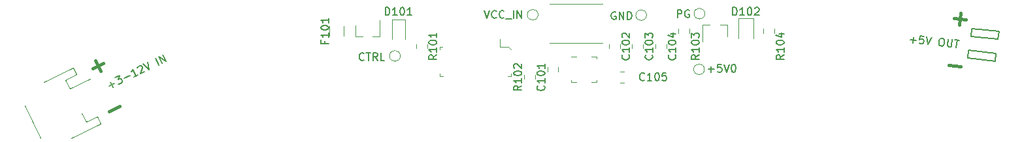
<source format=gbr>
G04 #@! TF.GenerationSoftware,KiCad,Pcbnew,(5.0.1)-3*
G04 #@! TF.CreationDate,2021-05-06T18:47:49+10:00*
G04 #@! TF.ProjectId,LED Right Glasses Arm (power),4C454420526967687420476C61737365,rev?*
G04 #@! TF.SameCoordinates,Original*
G04 #@! TF.FileFunction,Legend,Top*
G04 #@! TF.FilePolarity,Positive*
%FSLAX46Y46*%
G04 Gerber Fmt 4.6, Leading zero omitted, Abs format (unit mm)*
G04 Created by KiCad (PCBNEW (5.0.1)-3) date 6/05/2021 6:47:49 PM*
%MOMM*%
%LPD*%
G01*
G04 APERTURE LIST*
%ADD10C,0.400000*%
%ADD11C,0.200000*%
%ADD12C,0.120000*%
%ADD13C,0.100000*%
%ADD14C,0.150000*%
G04 APERTURE END LIST*
D10*
X98377828Y-97862396D02*
X99747419Y-97194402D01*
X99396621Y-98213194D02*
X98728627Y-96843603D01*
X210027336Y-91362433D02*
X211542798Y-91521715D01*
X210705426Y-92199805D02*
X210864708Y-90684343D01*
D11*
X133523809Y-96757142D02*
X133476190Y-96804761D01*
X133333333Y-96852380D01*
X133238095Y-96852380D01*
X133095238Y-96804761D01*
X133000000Y-96709523D01*
X132952380Y-96614285D01*
X132904761Y-96423809D01*
X132904761Y-96280952D01*
X132952380Y-96090476D01*
X133000000Y-95995238D01*
X133095238Y-95900000D01*
X133238095Y-95852380D01*
X133333333Y-95852380D01*
X133476190Y-95900000D01*
X133523809Y-95947619D01*
X133809523Y-95852380D02*
X134380952Y-95852380D01*
X134095238Y-96852380D02*
X134095238Y-95852380D01*
X135285714Y-96852380D02*
X134952380Y-96376190D01*
X134714285Y-96852380D02*
X134714285Y-95852380D01*
X135095238Y-95852380D01*
X135190476Y-95900000D01*
X135238095Y-95947619D01*
X135285714Y-96042857D01*
X135285714Y-96185714D01*
X135238095Y-96280952D01*
X135190476Y-96328571D01*
X135095238Y-96376190D01*
X134714285Y-96376190D01*
X136190476Y-96852380D02*
X135714285Y-96852380D01*
X135714285Y-95852380D01*
X149123809Y-90352380D02*
X149457142Y-91352380D01*
X149790476Y-90352380D01*
X150695238Y-91257142D02*
X150647619Y-91304761D01*
X150504761Y-91352380D01*
X150409523Y-91352380D01*
X150266666Y-91304761D01*
X150171428Y-91209523D01*
X150123809Y-91114285D01*
X150076190Y-90923809D01*
X150076190Y-90780952D01*
X150123809Y-90590476D01*
X150171428Y-90495238D01*
X150266666Y-90400000D01*
X150409523Y-90352380D01*
X150504761Y-90352380D01*
X150647619Y-90400000D01*
X150695238Y-90447619D01*
X151695238Y-91257142D02*
X151647619Y-91304761D01*
X151504761Y-91352380D01*
X151409523Y-91352380D01*
X151266666Y-91304761D01*
X151171428Y-91209523D01*
X151123809Y-91114285D01*
X151076190Y-90923809D01*
X151076190Y-90780952D01*
X151123809Y-90590476D01*
X151171428Y-90495238D01*
X151266666Y-90400000D01*
X151409523Y-90352380D01*
X151504761Y-90352380D01*
X151647619Y-90400000D01*
X151695238Y-90447619D01*
X151885714Y-91447619D02*
X152647619Y-91447619D01*
X152885714Y-91352380D02*
X152885714Y-90352380D01*
X153361904Y-91352380D02*
X153361904Y-90352380D01*
X153933333Y-91352380D01*
X153933333Y-90352380D01*
X178138095Y-97971428D02*
X178900000Y-97971428D01*
X178519047Y-98352380D02*
X178519047Y-97590476D01*
X179852380Y-97352380D02*
X179376190Y-97352380D01*
X179328571Y-97828571D01*
X179376190Y-97780952D01*
X179471428Y-97733333D01*
X179709523Y-97733333D01*
X179804761Y-97780952D01*
X179852380Y-97828571D01*
X179900000Y-97923809D01*
X179900000Y-98161904D01*
X179852380Y-98257142D01*
X179804761Y-98304761D01*
X179709523Y-98352380D01*
X179471428Y-98352380D01*
X179376190Y-98304761D01*
X179328571Y-98257142D01*
X180185714Y-97352380D02*
X180519047Y-98352380D01*
X180852380Y-97352380D01*
X181376190Y-97352380D02*
X181471428Y-97352380D01*
X181566666Y-97400000D01*
X181614285Y-97447619D01*
X181661904Y-97542857D01*
X181709523Y-97733333D01*
X181709523Y-97971428D01*
X181661904Y-98161904D01*
X181614285Y-98257142D01*
X181566666Y-98304761D01*
X181471428Y-98352380D01*
X181376190Y-98352380D01*
X181280952Y-98304761D01*
X181233333Y-98257142D01*
X181185714Y-98161904D01*
X181138095Y-97971428D01*
X181138095Y-97733333D01*
X181185714Y-97542857D01*
X181233333Y-97447619D01*
X181280952Y-97400000D01*
X181376190Y-97352380D01*
X174138095Y-91252380D02*
X174138095Y-90252380D01*
X174519047Y-90252380D01*
X174614285Y-90300000D01*
X174661904Y-90347619D01*
X174709523Y-90442857D01*
X174709523Y-90585714D01*
X174661904Y-90680952D01*
X174614285Y-90728571D01*
X174519047Y-90776190D01*
X174138095Y-90776190D01*
X175661904Y-90300000D02*
X175566666Y-90252380D01*
X175423809Y-90252380D01*
X175280952Y-90300000D01*
X175185714Y-90395238D01*
X175138095Y-90490476D01*
X175090476Y-90680952D01*
X175090476Y-90823809D01*
X175138095Y-91014285D01*
X175185714Y-91109523D01*
X175280952Y-91204761D01*
X175423809Y-91252380D01*
X175519047Y-91252380D01*
X175661904Y-91204761D01*
X175709523Y-91157142D01*
X175709523Y-90823809D01*
X175519047Y-90823809D01*
X166138095Y-90550000D02*
X166042857Y-90502380D01*
X165900000Y-90502380D01*
X165757142Y-90550000D01*
X165661904Y-90645238D01*
X165614285Y-90740476D01*
X165566666Y-90930952D01*
X165566666Y-91073809D01*
X165614285Y-91264285D01*
X165661904Y-91359523D01*
X165757142Y-91454761D01*
X165900000Y-91502380D01*
X165995238Y-91502380D01*
X166138095Y-91454761D01*
X166185714Y-91407142D01*
X166185714Y-91073809D01*
X165995238Y-91073809D01*
X166614285Y-91502380D02*
X166614285Y-90502380D01*
X167185714Y-91502380D01*
X167185714Y-90502380D01*
X167661904Y-91502380D02*
X167661904Y-90502380D01*
X167900000Y-90502380D01*
X168042857Y-90550000D01*
X168138095Y-90645238D01*
X168185714Y-90740476D01*
X168233333Y-90930952D01*
X168233333Y-91073809D01*
X168185714Y-91264285D01*
X168138095Y-91359523D01*
X168042857Y-91454761D01*
X167900000Y-91502380D01*
X167661904Y-91502380D01*
D10*
X209327336Y-97462433D02*
X210842798Y-97621715D01*
D11*
X204314251Y-94147496D02*
X205071982Y-94227137D01*
X204653296Y-94566182D02*
X204732937Y-93808451D01*
X206083854Y-93711032D02*
X205610272Y-93661256D01*
X205513138Y-94129860D01*
X205565474Y-94087480D01*
X205665168Y-94050077D01*
X205901959Y-94074964D01*
X205991698Y-94132278D01*
X206034078Y-94184613D01*
X206071482Y-94284307D01*
X206046594Y-94521098D01*
X205989281Y-94610837D01*
X205936945Y-94653218D01*
X205837251Y-94690621D01*
X205600460Y-94665733D01*
X205510721Y-94608420D01*
X205468340Y-94556084D01*
X206415361Y-93745874D02*
X206642340Y-94775239D01*
X207078376Y-93815560D01*
X208357047Y-93949954D02*
X208546480Y-93969864D01*
X208636218Y-94027177D01*
X208720980Y-94131849D01*
X208748428Y-94326259D01*
X208713585Y-94657766D01*
X208646316Y-94842221D01*
X208541645Y-94926983D01*
X208441951Y-94964386D01*
X208252518Y-94944476D01*
X208162780Y-94887162D01*
X208078018Y-94782491D01*
X208050570Y-94588081D01*
X208085413Y-94256573D01*
X208152681Y-94072118D01*
X208257353Y-93987357D01*
X208357047Y-93949954D01*
X209209494Y-94039550D02*
X209124876Y-94844639D01*
X209162279Y-94944333D01*
X209204660Y-94996668D01*
X209294398Y-95053982D01*
X209483831Y-95073892D01*
X209583525Y-95036489D01*
X209635861Y-94994108D01*
X209693174Y-94904369D01*
X209777792Y-94099280D01*
X210109300Y-94134123D02*
X210677598Y-94193853D01*
X210288920Y-95158510D02*
X210393449Y-94163988D01*
D10*
X100477828Y-103462396D02*
X101847419Y-102794402D01*
D11*
X100536136Y-100117684D02*
X101220931Y-99783687D01*
X101045532Y-100293083D02*
X100711535Y-99608287D01*
X101291956Y-99060292D02*
X101848352Y-98788919D01*
X101715753Y-99277441D01*
X101844152Y-99214816D01*
X101950626Y-99215866D01*
X102014301Y-99237791D01*
X102098850Y-99302516D01*
X102203224Y-99516514D01*
X102202174Y-99622989D01*
X102180249Y-99686663D01*
X102115525Y-99771212D01*
X101858726Y-99896461D01*
X101752252Y-99895411D01*
X101688578Y-99873486D01*
X102504922Y-99157442D02*
X103189718Y-98823445D01*
X104255511Y-98727472D02*
X103741914Y-98977969D01*
X103998712Y-98852721D02*
X103560341Y-97953926D01*
X103537366Y-98124075D01*
X103493516Y-98251424D01*
X103428792Y-98335974D01*
X104201287Y-97747278D02*
X104223212Y-97683604D01*
X104287936Y-97599055D01*
X104501935Y-97494681D01*
X104608409Y-97495731D01*
X104672084Y-97517655D01*
X104756633Y-97582380D01*
X104798383Y-97667980D01*
X104818207Y-97817254D01*
X104555109Y-98581348D01*
X105111505Y-98309975D01*
X104929932Y-97285932D02*
X105667901Y-98038603D01*
X105529128Y-96993685D01*
X106951893Y-97412358D02*
X106513522Y-96513564D01*
X107379890Y-97203610D02*
X106941519Y-96304816D01*
X107893486Y-96953112D01*
X107455115Y-96054318D01*
D12*
G04 #@! TO.C,C101*
X157290000Y-97741422D02*
X157290000Y-98258578D01*
X158710000Y-97741422D02*
X158710000Y-98258578D01*
G04 #@! TO.C,C102*
X165290000Y-95258578D02*
X165290000Y-94741422D01*
X166710000Y-95258578D02*
X166710000Y-94741422D01*
G04 #@! TO.C,C103*
X169710000Y-95258578D02*
X169710000Y-94741422D01*
X168290000Y-95258578D02*
X168290000Y-94741422D01*
G04 #@! TO.C,C104*
X171290000Y-95258578D02*
X171290000Y-94741422D01*
X172710000Y-95258578D02*
X172710000Y-94741422D01*
G04 #@! TO.C,C105*
X166741422Y-99710000D02*
X167258578Y-99710000D01*
X166741422Y-98290000D02*
X167258578Y-98290000D01*
G04 #@! TO.C,D101*
X138850000Y-91500000D02*
X138850000Y-94050000D01*
X137150000Y-91500000D02*
X137150000Y-94050000D01*
X138850000Y-91500000D02*
X137150000Y-91500000D01*
G04 #@! TO.C,L101*
X157550000Y-94550000D02*
X164450000Y-94550000D01*
X157550000Y-89450000D02*
X164450000Y-89450000D01*
G04 #@! TO.C,D102*
X182040000Y-91315000D02*
X182040000Y-94000000D01*
X183960000Y-91315000D02*
X182040000Y-91315000D01*
X183960000Y-94000000D02*
X183960000Y-91315000D01*
G04 #@! TO.C,U101*
X160350000Y-99650000D02*
X160350000Y-99400000D01*
X163650000Y-99400000D02*
X163650000Y-99650000D01*
X163650000Y-96600000D02*
X163650000Y-96350000D01*
X160350000Y-99650000D02*
X161015000Y-99650000D01*
X162985000Y-96350000D02*
X163650000Y-96350000D01*
X160350000Y-96350000D02*
X161015000Y-96350000D01*
X162985000Y-99650000D02*
X163650000Y-99650000D01*
G04 #@! TO.C,Q102*
X180580000Y-92240000D02*
X179650000Y-92240000D01*
X177420000Y-92240000D02*
X178350000Y-92240000D01*
X177420000Y-92240000D02*
X177420000Y-94400000D01*
X180580000Y-92240000D02*
X180580000Y-93700000D01*
G04 #@! TO.C,Q101*
X132420000Y-93760000D02*
X132420000Y-92300000D01*
X135580000Y-93760000D02*
X135580000Y-91600000D01*
X135580000Y-93760000D02*
X134650000Y-93760000D01*
X132420000Y-93760000D02*
X133350000Y-93760000D01*
G04 #@! TO.C,R101*
X141710000Y-94741422D02*
X141710000Y-95258578D01*
X140290000Y-94741422D02*
X140290000Y-95258578D01*
G04 #@! TO.C,R102*
X154290000Y-98741422D02*
X154290000Y-99258578D01*
X155710000Y-98741422D02*
X155710000Y-99258578D01*
G04 #@! TO.C,R103*
X174290000Y-93258578D02*
X174290000Y-92741422D01*
X175710000Y-93258578D02*
X175710000Y-92741422D01*
G04 #@! TO.C,R104*
X185290000Y-92741422D02*
X185290000Y-93258578D01*
X186710000Y-92741422D02*
X186710000Y-93258578D01*
G04 #@! TO.C,F101*
X129090000Y-92397936D02*
X129090000Y-93602064D01*
X130910000Y-92397936D02*
X130910000Y-93602064D01*
G04 #@! TO.C,TP101*
X170150000Y-90950000D02*
G75*
G03X170150000Y-90950000I-700000J0D01*
G01*
G04 #@! TO.C,TP102*
X177650000Y-98000000D02*
G75*
G03X177650000Y-98000000I-700000J0D01*
G01*
G04 #@! TO.C,TP103*
X156100000Y-90900000D02*
G75*
G03X156100000Y-90900000I-700000J0D01*
G01*
G04 #@! TO.C,TP104*
X177700000Y-90750000D02*
G75*
G03X177700000Y-90750000I-700000J0D01*
G01*
G04 #@! TO.C,TP105*
X138250000Y-96250000D02*
G75*
G03X138250000Y-96250000I-700000J0D01*
G01*
G04 #@! TO.C,J101*
X89599149Y-102731176D02*
X91650727Y-106937531D01*
X97548086Y-104840019D02*
X96986970Y-103689563D01*
X98986157Y-104138625D02*
X97548086Y-104840019D01*
X99433295Y-105055395D02*
X98986157Y-104138625D01*
X95613420Y-106918473D02*
X99433295Y-105055395D01*
X95443905Y-100525808D02*
X98041419Y-99258915D01*
X94882790Y-99375351D02*
X95443905Y-100525808D01*
X96320860Y-98673958D02*
X94882790Y-99375351D01*
X95873721Y-97757188D02*
X96320860Y-98673958D01*
X92053847Y-99620265D02*
X95873721Y-97757188D01*
D13*
G04 #@! TO.C,SW101*
X143375000Y-98925000D02*
X143375000Y-98550000D01*
X143775000Y-98925000D02*
X143375000Y-98925000D01*
X143375000Y-95075000D02*
X143725000Y-95075000D01*
X143375000Y-95450000D02*
X143375000Y-95075000D01*
X152625000Y-98925000D02*
X152625000Y-98525000D01*
X152150000Y-98925000D02*
X152625000Y-98925000D01*
X151175000Y-95075000D02*
X151175000Y-94025000D01*
X152275000Y-95075000D02*
X151175000Y-95075000D01*
X152625000Y-95450000D02*
X152275000Y-95075000D01*
D14*
G04 #@! TO.C,J103*
X215411064Y-95889494D02*
X211875863Y-95505449D01*
X215301336Y-96899552D02*
X215411064Y-95889494D01*
X211766136Y-96515506D02*
X215301336Y-96899552D01*
X211875863Y-95505449D02*
X211766136Y-96515506D01*
G04 #@! TO.C,J102*
X215817464Y-93070094D02*
X212282263Y-92686049D01*
X215707736Y-94080152D02*
X215817464Y-93070094D01*
X212172536Y-93696106D02*
X215707736Y-94080152D01*
X212282263Y-92686049D02*
X212172536Y-93696106D01*
G04 #@! TO.C,C101*
D11*
X156857142Y-100119047D02*
X156904761Y-100166666D01*
X156952380Y-100309523D01*
X156952380Y-100404761D01*
X156904761Y-100547619D01*
X156809523Y-100642857D01*
X156714285Y-100690476D01*
X156523809Y-100738095D01*
X156380952Y-100738095D01*
X156190476Y-100690476D01*
X156095238Y-100642857D01*
X156000000Y-100547619D01*
X155952380Y-100404761D01*
X155952380Y-100309523D01*
X156000000Y-100166666D01*
X156047619Y-100119047D01*
X156952380Y-99166666D02*
X156952380Y-99738095D01*
X156952380Y-99452380D02*
X155952380Y-99452380D01*
X156095238Y-99547619D01*
X156190476Y-99642857D01*
X156238095Y-99738095D01*
X155952380Y-98547619D02*
X155952380Y-98452380D01*
X156000000Y-98357142D01*
X156047619Y-98309523D01*
X156142857Y-98261904D01*
X156333333Y-98214285D01*
X156571428Y-98214285D01*
X156761904Y-98261904D01*
X156857142Y-98309523D01*
X156904761Y-98357142D01*
X156952380Y-98452380D01*
X156952380Y-98547619D01*
X156904761Y-98642857D01*
X156857142Y-98690476D01*
X156761904Y-98738095D01*
X156571428Y-98785714D01*
X156333333Y-98785714D01*
X156142857Y-98738095D01*
X156047619Y-98690476D01*
X156000000Y-98642857D01*
X155952380Y-98547619D01*
X156952380Y-97261904D02*
X156952380Y-97833333D01*
X156952380Y-97547619D02*
X155952380Y-97547619D01*
X156095238Y-97642857D01*
X156190476Y-97738095D01*
X156238095Y-97833333D01*
G04 #@! TO.C,C102*
X167857142Y-96119047D02*
X167904761Y-96166666D01*
X167952380Y-96309523D01*
X167952380Y-96404761D01*
X167904761Y-96547619D01*
X167809523Y-96642857D01*
X167714285Y-96690476D01*
X167523809Y-96738095D01*
X167380952Y-96738095D01*
X167190476Y-96690476D01*
X167095238Y-96642857D01*
X167000000Y-96547619D01*
X166952380Y-96404761D01*
X166952380Y-96309523D01*
X167000000Y-96166666D01*
X167047619Y-96119047D01*
X167952380Y-95166666D02*
X167952380Y-95738095D01*
X167952380Y-95452380D02*
X166952380Y-95452380D01*
X167095238Y-95547619D01*
X167190476Y-95642857D01*
X167238095Y-95738095D01*
X166952380Y-94547619D02*
X166952380Y-94452380D01*
X167000000Y-94357142D01*
X167047619Y-94309523D01*
X167142857Y-94261904D01*
X167333333Y-94214285D01*
X167571428Y-94214285D01*
X167761904Y-94261904D01*
X167857142Y-94309523D01*
X167904761Y-94357142D01*
X167952380Y-94452380D01*
X167952380Y-94547619D01*
X167904761Y-94642857D01*
X167857142Y-94690476D01*
X167761904Y-94738095D01*
X167571428Y-94785714D01*
X167333333Y-94785714D01*
X167142857Y-94738095D01*
X167047619Y-94690476D01*
X167000000Y-94642857D01*
X166952380Y-94547619D01*
X167047619Y-93833333D02*
X167000000Y-93785714D01*
X166952380Y-93690476D01*
X166952380Y-93452380D01*
X167000000Y-93357142D01*
X167047619Y-93309523D01*
X167142857Y-93261904D01*
X167238095Y-93261904D01*
X167380952Y-93309523D01*
X167952380Y-93880952D01*
X167952380Y-93261904D01*
G04 #@! TO.C,C103*
X170857142Y-96119047D02*
X170904761Y-96166666D01*
X170952380Y-96309523D01*
X170952380Y-96404761D01*
X170904761Y-96547619D01*
X170809523Y-96642857D01*
X170714285Y-96690476D01*
X170523809Y-96738095D01*
X170380952Y-96738095D01*
X170190476Y-96690476D01*
X170095238Y-96642857D01*
X170000000Y-96547619D01*
X169952380Y-96404761D01*
X169952380Y-96309523D01*
X170000000Y-96166666D01*
X170047619Y-96119047D01*
X170952380Y-95166666D02*
X170952380Y-95738095D01*
X170952380Y-95452380D02*
X169952380Y-95452380D01*
X170095238Y-95547619D01*
X170190476Y-95642857D01*
X170238095Y-95738095D01*
X169952380Y-94547619D02*
X169952380Y-94452380D01*
X170000000Y-94357142D01*
X170047619Y-94309523D01*
X170142857Y-94261904D01*
X170333333Y-94214285D01*
X170571428Y-94214285D01*
X170761904Y-94261904D01*
X170857142Y-94309523D01*
X170904761Y-94357142D01*
X170952380Y-94452380D01*
X170952380Y-94547619D01*
X170904761Y-94642857D01*
X170857142Y-94690476D01*
X170761904Y-94738095D01*
X170571428Y-94785714D01*
X170333333Y-94785714D01*
X170142857Y-94738095D01*
X170047619Y-94690476D01*
X170000000Y-94642857D01*
X169952380Y-94547619D01*
X169952380Y-93880952D02*
X169952380Y-93261904D01*
X170333333Y-93595238D01*
X170333333Y-93452380D01*
X170380952Y-93357142D01*
X170428571Y-93309523D01*
X170523809Y-93261904D01*
X170761904Y-93261904D01*
X170857142Y-93309523D01*
X170904761Y-93357142D01*
X170952380Y-93452380D01*
X170952380Y-93738095D01*
X170904761Y-93833333D01*
X170857142Y-93880952D01*
G04 #@! TO.C,C104*
X173857142Y-96119047D02*
X173904761Y-96166666D01*
X173952380Y-96309523D01*
X173952380Y-96404761D01*
X173904761Y-96547619D01*
X173809523Y-96642857D01*
X173714285Y-96690476D01*
X173523809Y-96738095D01*
X173380952Y-96738095D01*
X173190476Y-96690476D01*
X173095238Y-96642857D01*
X173000000Y-96547619D01*
X172952380Y-96404761D01*
X172952380Y-96309523D01*
X173000000Y-96166666D01*
X173047619Y-96119047D01*
X173952380Y-95166666D02*
X173952380Y-95738095D01*
X173952380Y-95452380D02*
X172952380Y-95452380D01*
X173095238Y-95547619D01*
X173190476Y-95642857D01*
X173238095Y-95738095D01*
X172952380Y-94547619D02*
X172952380Y-94452380D01*
X173000000Y-94357142D01*
X173047619Y-94309523D01*
X173142857Y-94261904D01*
X173333333Y-94214285D01*
X173571428Y-94214285D01*
X173761904Y-94261904D01*
X173857142Y-94309523D01*
X173904761Y-94357142D01*
X173952380Y-94452380D01*
X173952380Y-94547619D01*
X173904761Y-94642857D01*
X173857142Y-94690476D01*
X173761904Y-94738095D01*
X173571428Y-94785714D01*
X173333333Y-94785714D01*
X173142857Y-94738095D01*
X173047619Y-94690476D01*
X173000000Y-94642857D01*
X172952380Y-94547619D01*
X173285714Y-93357142D02*
X173952380Y-93357142D01*
X172904761Y-93595238D02*
X173619047Y-93833333D01*
X173619047Y-93214285D01*
G04 #@! TO.C,C105*
X169880952Y-99357142D02*
X169833333Y-99404761D01*
X169690476Y-99452380D01*
X169595238Y-99452380D01*
X169452380Y-99404761D01*
X169357142Y-99309523D01*
X169309523Y-99214285D01*
X169261904Y-99023809D01*
X169261904Y-98880952D01*
X169309523Y-98690476D01*
X169357142Y-98595238D01*
X169452380Y-98500000D01*
X169595238Y-98452380D01*
X169690476Y-98452380D01*
X169833333Y-98500000D01*
X169880952Y-98547619D01*
X170833333Y-99452380D02*
X170261904Y-99452380D01*
X170547619Y-99452380D02*
X170547619Y-98452380D01*
X170452380Y-98595238D01*
X170357142Y-98690476D01*
X170261904Y-98738095D01*
X171452380Y-98452380D02*
X171547619Y-98452380D01*
X171642857Y-98500000D01*
X171690476Y-98547619D01*
X171738095Y-98642857D01*
X171785714Y-98833333D01*
X171785714Y-99071428D01*
X171738095Y-99261904D01*
X171690476Y-99357142D01*
X171642857Y-99404761D01*
X171547619Y-99452380D01*
X171452380Y-99452380D01*
X171357142Y-99404761D01*
X171309523Y-99357142D01*
X171261904Y-99261904D01*
X171214285Y-99071428D01*
X171214285Y-98833333D01*
X171261904Y-98642857D01*
X171309523Y-98547619D01*
X171357142Y-98500000D01*
X171452380Y-98452380D01*
X172690476Y-98452380D02*
X172214285Y-98452380D01*
X172166666Y-98928571D01*
X172214285Y-98880952D01*
X172309523Y-98833333D01*
X172547619Y-98833333D01*
X172642857Y-98880952D01*
X172690476Y-98928571D01*
X172738095Y-99023809D01*
X172738095Y-99261904D01*
X172690476Y-99357142D01*
X172642857Y-99404761D01*
X172547619Y-99452380D01*
X172309523Y-99452380D01*
X172214285Y-99404761D01*
X172166666Y-99357142D01*
G04 #@! TO.C,D101*
X136309523Y-90952380D02*
X136309523Y-89952380D01*
X136547619Y-89952380D01*
X136690476Y-90000000D01*
X136785714Y-90095238D01*
X136833333Y-90190476D01*
X136880952Y-90380952D01*
X136880952Y-90523809D01*
X136833333Y-90714285D01*
X136785714Y-90809523D01*
X136690476Y-90904761D01*
X136547619Y-90952380D01*
X136309523Y-90952380D01*
X137833333Y-90952380D02*
X137261904Y-90952380D01*
X137547619Y-90952380D02*
X137547619Y-89952380D01*
X137452380Y-90095238D01*
X137357142Y-90190476D01*
X137261904Y-90238095D01*
X138452380Y-89952380D02*
X138547619Y-89952380D01*
X138642857Y-90000000D01*
X138690476Y-90047619D01*
X138738095Y-90142857D01*
X138785714Y-90333333D01*
X138785714Y-90571428D01*
X138738095Y-90761904D01*
X138690476Y-90857142D01*
X138642857Y-90904761D01*
X138547619Y-90952380D01*
X138452380Y-90952380D01*
X138357142Y-90904761D01*
X138309523Y-90857142D01*
X138261904Y-90761904D01*
X138214285Y-90571428D01*
X138214285Y-90333333D01*
X138261904Y-90142857D01*
X138309523Y-90047619D01*
X138357142Y-90000000D01*
X138452380Y-89952380D01*
X139738095Y-90952380D02*
X139166666Y-90952380D01*
X139452380Y-90952380D02*
X139452380Y-89952380D01*
X139357142Y-90095238D01*
X139261904Y-90190476D01*
X139166666Y-90238095D01*
G04 #@! TO.C,D102*
X181309523Y-90952380D02*
X181309523Y-89952380D01*
X181547619Y-89952380D01*
X181690476Y-90000000D01*
X181785714Y-90095238D01*
X181833333Y-90190476D01*
X181880952Y-90380952D01*
X181880952Y-90523809D01*
X181833333Y-90714285D01*
X181785714Y-90809523D01*
X181690476Y-90904761D01*
X181547619Y-90952380D01*
X181309523Y-90952380D01*
X182833333Y-90952380D02*
X182261904Y-90952380D01*
X182547619Y-90952380D02*
X182547619Y-89952380D01*
X182452380Y-90095238D01*
X182357142Y-90190476D01*
X182261904Y-90238095D01*
X183452380Y-89952380D02*
X183547619Y-89952380D01*
X183642857Y-90000000D01*
X183690476Y-90047619D01*
X183738095Y-90142857D01*
X183785714Y-90333333D01*
X183785714Y-90571428D01*
X183738095Y-90761904D01*
X183690476Y-90857142D01*
X183642857Y-90904761D01*
X183547619Y-90952380D01*
X183452380Y-90952380D01*
X183357142Y-90904761D01*
X183309523Y-90857142D01*
X183261904Y-90761904D01*
X183214285Y-90571428D01*
X183214285Y-90333333D01*
X183261904Y-90142857D01*
X183309523Y-90047619D01*
X183357142Y-90000000D01*
X183452380Y-89952380D01*
X184166666Y-90047619D02*
X184214285Y-90000000D01*
X184309523Y-89952380D01*
X184547619Y-89952380D01*
X184642857Y-90000000D01*
X184690476Y-90047619D01*
X184738095Y-90142857D01*
X184738095Y-90238095D01*
X184690476Y-90380952D01*
X184119047Y-90952380D01*
X184738095Y-90952380D01*
G04 #@! TO.C,R101*
X142952380Y-96119047D02*
X142476190Y-96452380D01*
X142952380Y-96690476D02*
X141952380Y-96690476D01*
X141952380Y-96309523D01*
X142000000Y-96214285D01*
X142047619Y-96166666D01*
X142142857Y-96119047D01*
X142285714Y-96119047D01*
X142380952Y-96166666D01*
X142428571Y-96214285D01*
X142476190Y-96309523D01*
X142476190Y-96690476D01*
X142952380Y-95166666D02*
X142952380Y-95738095D01*
X142952380Y-95452380D02*
X141952380Y-95452380D01*
X142095238Y-95547619D01*
X142190476Y-95642857D01*
X142238095Y-95738095D01*
X141952380Y-94547619D02*
X141952380Y-94452380D01*
X142000000Y-94357142D01*
X142047619Y-94309523D01*
X142142857Y-94261904D01*
X142333333Y-94214285D01*
X142571428Y-94214285D01*
X142761904Y-94261904D01*
X142857142Y-94309523D01*
X142904761Y-94357142D01*
X142952380Y-94452380D01*
X142952380Y-94547619D01*
X142904761Y-94642857D01*
X142857142Y-94690476D01*
X142761904Y-94738095D01*
X142571428Y-94785714D01*
X142333333Y-94785714D01*
X142142857Y-94738095D01*
X142047619Y-94690476D01*
X142000000Y-94642857D01*
X141952380Y-94547619D01*
X142952380Y-93261904D02*
X142952380Y-93833333D01*
X142952380Y-93547619D02*
X141952380Y-93547619D01*
X142095238Y-93642857D01*
X142190476Y-93738095D01*
X142238095Y-93833333D01*
G04 #@! TO.C,R102*
X153952380Y-100119047D02*
X153476190Y-100452380D01*
X153952380Y-100690476D02*
X152952380Y-100690476D01*
X152952380Y-100309523D01*
X153000000Y-100214285D01*
X153047619Y-100166666D01*
X153142857Y-100119047D01*
X153285714Y-100119047D01*
X153380952Y-100166666D01*
X153428571Y-100214285D01*
X153476190Y-100309523D01*
X153476190Y-100690476D01*
X153952380Y-99166666D02*
X153952380Y-99738095D01*
X153952380Y-99452380D02*
X152952380Y-99452380D01*
X153095238Y-99547619D01*
X153190476Y-99642857D01*
X153238095Y-99738095D01*
X152952380Y-98547619D02*
X152952380Y-98452380D01*
X153000000Y-98357142D01*
X153047619Y-98309523D01*
X153142857Y-98261904D01*
X153333333Y-98214285D01*
X153571428Y-98214285D01*
X153761904Y-98261904D01*
X153857142Y-98309523D01*
X153904761Y-98357142D01*
X153952380Y-98452380D01*
X153952380Y-98547619D01*
X153904761Y-98642857D01*
X153857142Y-98690476D01*
X153761904Y-98738095D01*
X153571428Y-98785714D01*
X153333333Y-98785714D01*
X153142857Y-98738095D01*
X153047619Y-98690476D01*
X153000000Y-98642857D01*
X152952380Y-98547619D01*
X153047619Y-97833333D02*
X153000000Y-97785714D01*
X152952380Y-97690476D01*
X152952380Y-97452380D01*
X153000000Y-97357142D01*
X153047619Y-97309523D01*
X153142857Y-97261904D01*
X153238095Y-97261904D01*
X153380952Y-97309523D01*
X153952380Y-97880952D01*
X153952380Y-97261904D01*
G04 #@! TO.C,R103*
X176952380Y-96119047D02*
X176476190Y-96452380D01*
X176952380Y-96690476D02*
X175952380Y-96690476D01*
X175952380Y-96309523D01*
X176000000Y-96214285D01*
X176047619Y-96166666D01*
X176142857Y-96119047D01*
X176285714Y-96119047D01*
X176380952Y-96166666D01*
X176428571Y-96214285D01*
X176476190Y-96309523D01*
X176476190Y-96690476D01*
X176952380Y-95166666D02*
X176952380Y-95738095D01*
X176952380Y-95452380D02*
X175952380Y-95452380D01*
X176095238Y-95547619D01*
X176190476Y-95642857D01*
X176238095Y-95738095D01*
X175952380Y-94547619D02*
X175952380Y-94452380D01*
X176000000Y-94357142D01*
X176047619Y-94309523D01*
X176142857Y-94261904D01*
X176333333Y-94214285D01*
X176571428Y-94214285D01*
X176761904Y-94261904D01*
X176857142Y-94309523D01*
X176904761Y-94357142D01*
X176952380Y-94452380D01*
X176952380Y-94547619D01*
X176904761Y-94642857D01*
X176857142Y-94690476D01*
X176761904Y-94738095D01*
X176571428Y-94785714D01*
X176333333Y-94785714D01*
X176142857Y-94738095D01*
X176047619Y-94690476D01*
X176000000Y-94642857D01*
X175952380Y-94547619D01*
X175952380Y-93880952D02*
X175952380Y-93261904D01*
X176333333Y-93595238D01*
X176333333Y-93452380D01*
X176380952Y-93357142D01*
X176428571Y-93309523D01*
X176523809Y-93261904D01*
X176761904Y-93261904D01*
X176857142Y-93309523D01*
X176904761Y-93357142D01*
X176952380Y-93452380D01*
X176952380Y-93738095D01*
X176904761Y-93833333D01*
X176857142Y-93880952D01*
G04 #@! TO.C,R104*
X187952380Y-96119047D02*
X187476190Y-96452380D01*
X187952380Y-96690476D02*
X186952380Y-96690476D01*
X186952380Y-96309523D01*
X187000000Y-96214285D01*
X187047619Y-96166666D01*
X187142857Y-96119047D01*
X187285714Y-96119047D01*
X187380952Y-96166666D01*
X187428571Y-96214285D01*
X187476190Y-96309523D01*
X187476190Y-96690476D01*
X187952380Y-95166666D02*
X187952380Y-95738095D01*
X187952380Y-95452380D02*
X186952380Y-95452380D01*
X187095238Y-95547619D01*
X187190476Y-95642857D01*
X187238095Y-95738095D01*
X186952380Y-94547619D02*
X186952380Y-94452380D01*
X187000000Y-94357142D01*
X187047619Y-94309523D01*
X187142857Y-94261904D01*
X187333333Y-94214285D01*
X187571428Y-94214285D01*
X187761904Y-94261904D01*
X187857142Y-94309523D01*
X187904761Y-94357142D01*
X187952380Y-94452380D01*
X187952380Y-94547619D01*
X187904761Y-94642857D01*
X187857142Y-94690476D01*
X187761904Y-94738095D01*
X187571428Y-94785714D01*
X187333333Y-94785714D01*
X187142857Y-94738095D01*
X187047619Y-94690476D01*
X187000000Y-94642857D01*
X186952380Y-94547619D01*
X187285714Y-93357142D02*
X187952380Y-93357142D01*
X186904761Y-93595238D02*
X187619047Y-93833333D01*
X187619047Y-93214285D01*
G04 #@! TO.C,F101*
X128428571Y-94285714D02*
X128428571Y-94619047D01*
X128952380Y-94619047D02*
X127952380Y-94619047D01*
X127952380Y-94142857D01*
X128952380Y-93238095D02*
X128952380Y-93809523D01*
X128952380Y-93523809D02*
X127952380Y-93523809D01*
X128095238Y-93619047D01*
X128190476Y-93714285D01*
X128238095Y-93809523D01*
X127952380Y-92619047D02*
X127952380Y-92523809D01*
X128000000Y-92428571D01*
X128047619Y-92380952D01*
X128142857Y-92333333D01*
X128333333Y-92285714D01*
X128571428Y-92285714D01*
X128761904Y-92333333D01*
X128857142Y-92380952D01*
X128904761Y-92428571D01*
X128952380Y-92523809D01*
X128952380Y-92619047D01*
X128904761Y-92714285D01*
X128857142Y-92761904D01*
X128761904Y-92809523D01*
X128571428Y-92857142D01*
X128333333Y-92857142D01*
X128142857Y-92809523D01*
X128047619Y-92761904D01*
X128000000Y-92714285D01*
X127952380Y-92619047D01*
X128952380Y-91333333D02*
X128952380Y-91904761D01*
X128952380Y-91619047D02*
X127952380Y-91619047D01*
X128095238Y-91714285D01*
X128190476Y-91809523D01*
X128238095Y-91904761D01*
G04 #@! TD*
M02*

</source>
